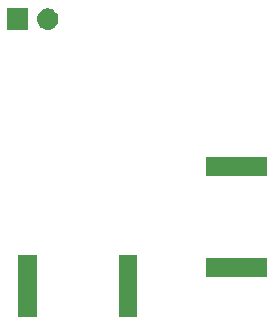
<source format=gbr>
G04 #@! TF.GenerationSoftware,KiCad,Pcbnew,(5.1.4)-1*
G04 #@! TF.CreationDate,2019-09-17T16:36:48-04:00*
G04 #@! TF.ProjectId,amplifier,616d706c-6966-4696-9572-2e6b69636164,rev?*
G04 #@! TF.SameCoordinates,Original*
G04 #@! TF.FileFunction,Soldermask,Bot*
G04 #@! TF.FilePolarity,Negative*
%FSLAX46Y46*%
G04 Gerber Fmt 4.6, Leading zero omitted, Abs format (unit mm)*
G04 Created by KiCad (PCBNEW (5.1.4)-1) date 2019-09-17 16:36:48*
%MOMM*%
%LPD*%
G04 APERTURE LIST*
%ADD10C,0.100000*%
G04 APERTURE END LIST*
D10*
G36*
X134591000Y-87427000D02*
G01*
X132989000Y-87427000D01*
X132989000Y-82245000D01*
X134591000Y-82245000D01*
X134591000Y-87427000D01*
X134591000Y-87427000D01*
G37*
G36*
X126091000Y-87427000D02*
G01*
X124489000Y-87427000D01*
X124489000Y-82245000D01*
X126091000Y-82245000D01*
X126091000Y-87427000D01*
X126091000Y-87427000D01*
G37*
G36*
X145593000Y-84045000D02*
G01*
X140411000Y-84045000D01*
X140411000Y-82443000D01*
X145593000Y-82443000D01*
X145593000Y-84045000D01*
X145593000Y-84045000D01*
G37*
G36*
X145593000Y-75545000D02*
G01*
X140411000Y-75545000D01*
X140411000Y-73943000D01*
X145593000Y-73943000D01*
X145593000Y-75545000D01*
X145593000Y-75545000D01*
G37*
G36*
X127110443Y-61335519D02*
G01*
X127176627Y-61342037D01*
X127346466Y-61393557D01*
X127502991Y-61477222D01*
X127538729Y-61506552D01*
X127640186Y-61589814D01*
X127723448Y-61691271D01*
X127752778Y-61727009D01*
X127836443Y-61883534D01*
X127887963Y-62053373D01*
X127905359Y-62230000D01*
X127887963Y-62406627D01*
X127836443Y-62576466D01*
X127752778Y-62732991D01*
X127723448Y-62768729D01*
X127640186Y-62870186D01*
X127538729Y-62953448D01*
X127502991Y-62982778D01*
X127346466Y-63066443D01*
X127176627Y-63117963D01*
X127110443Y-63124481D01*
X127044260Y-63131000D01*
X126955740Y-63131000D01*
X126889557Y-63124481D01*
X126823373Y-63117963D01*
X126653534Y-63066443D01*
X126497009Y-62982778D01*
X126461271Y-62953448D01*
X126359814Y-62870186D01*
X126276552Y-62768729D01*
X126247222Y-62732991D01*
X126163557Y-62576466D01*
X126112037Y-62406627D01*
X126094641Y-62230000D01*
X126112037Y-62053373D01*
X126163557Y-61883534D01*
X126247222Y-61727009D01*
X126276552Y-61691271D01*
X126359814Y-61589814D01*
X126461271Y-61506552D01*
X126497009Y-61477222D01*
X126653534Y-61393557D01*
X126823373Y-61342037D01*
X126889557Y-61335519D01*
X126955740Y-61329000D01*
X127044260Y-61329000D01*
X127110443Y-61335519D01*
X127110443Y-61335519D01*
G37*
G36*
X125361000Y-63131000D02*
G01*
X123559000Y-63131000D01*
X123559000Y-61329000D01*
X125361000Y-61329000D01*
X125361000Y-63131000D01*
X125361000Y-63131000D01*
G37*
M02*

</source>
